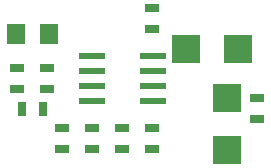
<source format=gtp>
G75*
%MOIN*%
%OFA0B0*%
%FSLAX25Y25*%
%IPPOS*%
%LPD*%
%AMOC8*
5,1,8,0,0,1.08239X$1,22.5*
%
%ADD10R,0.04724X0.03150*%
%ADD11R,0.03150X0.04724*%
%ADD12R,0.06299X0.07087*%
%ADD13R,0.08700X0.02400*%
%ADD14R,0.09449X0.09449*%
D10*
X0098250Y0021157D03*
X0108250Y0021157D03*
X0118250Y0021157D03*
X0128250Y0021157D03*
X0128250Y0028243D03*
X0118250Y0028243D03*
X0108250Y0028243D03*
X0098250Y0028243D03*
X0093250Y0041157D03*
X0083250Y0041157D03*
X0083250Y0048243D03*
X0093250Y0048243D03*
X0128250Y0061157D03*
X0128250Y0068243D03*
X0163250Y0038243D03*
X0163250Y0031157D03*
D11*
X0091793Y0034700D03*
X0084707Y0034700D03*
D12*
X0082738Y0059700D03*
X0093762Y0059700D03*
D13*
X0107950Y0052200D03*
X0107950Y0047200D03*
X0107950Y0042200D03*
X0107950Y0037200D03*
X0128550Y0037200D03*
X0128550Y0042200D03*
X0128550Y0047200D03*
X0128550Y0052200D03*
D14*
X0139589Y0054700D03*
X0156911Y0054700D03*
X0153250Y0038361D03*
X0153250Y0021039D03*
M02*

</source>
